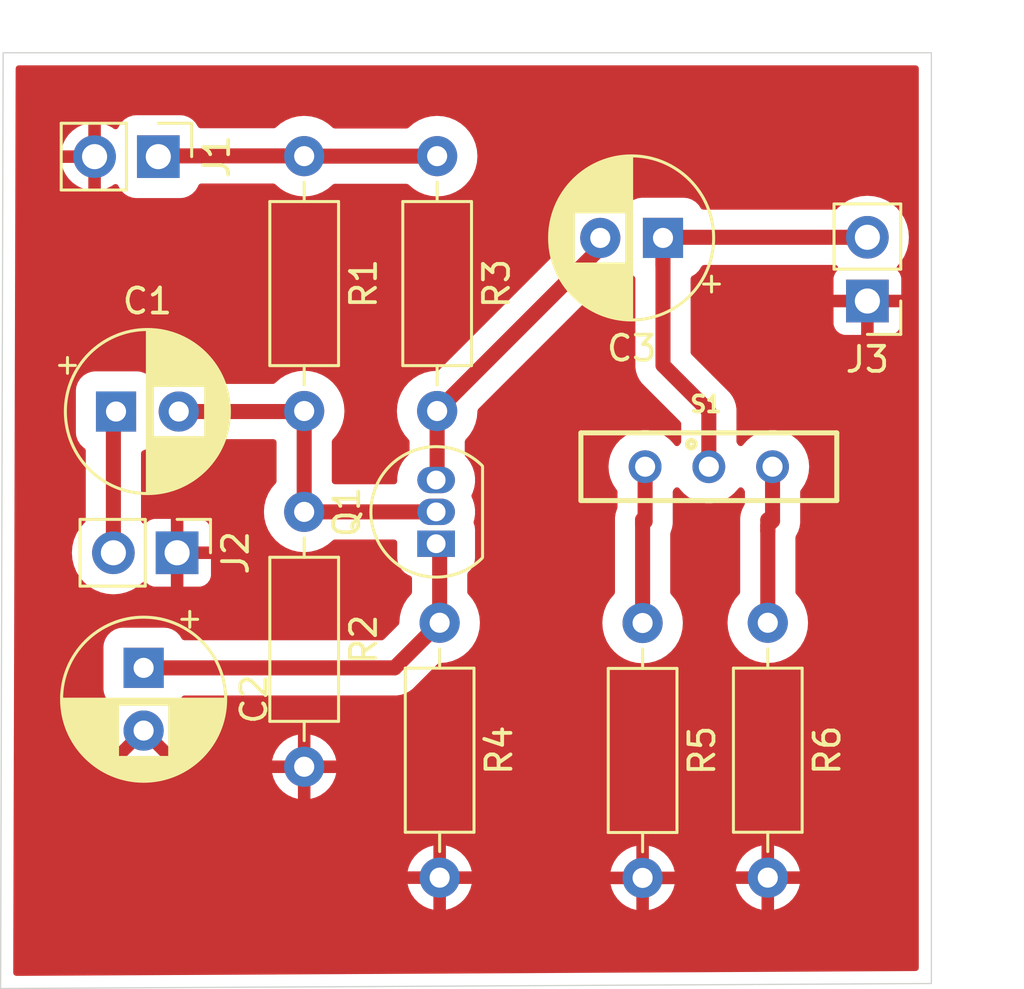
<source format=kicad_pcb>
(kicad_pcb (version 20240108) (generator "pcbnew") (generator_version "8.0")
  (layers (0 "F.Cu" signal) (31 "B.Cu" signal) (34 "B.Paste" user) (35 "F.Paste" user) (36 "B.SilkS" user "B.Silkscreen") (37 "F.SilkS" user "F.Silkscreen") (38 "B.Mask" user) (39 "F.Mask" user) (44 "Edge.Cuts" user))
  (net 0 "")
  (net 1 "Net-(Q1-C)")
  (net 2 "Net-(Q1-E)")
  (net 3 "Net-(Q1-B)")
  (net 4 "GND")
  (net 5 "+12V")
  (net 6 "SEÑAL")
  (net 7 "Net-(J3-Pin_2)")
  (net 8 "Net-(R5-Pad1)")
  (net 9 "Net-(R6-Pad1)")
  (footprint "Capacitor_THT:CP_Radial_D6.3mm_P2.50mm" (layer "F.Cu") (at 206.20238 84.48 180)
    (property "Reference" "C3" (at 1.25 -4.4 360) (layer "F.SilkS"))
    (property "Value" "C_Polarized")
    (pad "1" thru_hole rect (at 0 0 180) (size 1.6 1.6) (drill 0.8) (layers "*.Cu" "*.Mask") (net 7 "Net-(J3-Pin_2)"))
    (pad "2" thru_hole circle (at 2.5 0 180) (size 1.6 1.6) (drill 0.8) (layers "*.Cu" "*.Mask") (net 1 "Net-(Q1-C)"))
  )
  (footprint "Capacitor_THT:CP_Radial_D6.3mm_P2.50mm" (layer "F.Cu") (at 185.5 101.617621 -90)
    (property "Reference" "C2" (at 1.25 -4.4 90) (layer "F.SilkS"))
    (property "Value" "C_Polarized")
    (pad "1" thru_hole rect (at 0 0 270) (size 1.6 1.6) (drill 0.8) (layers "*.Cu" "*.Mask") (net 2 "Net-(Q1-E)"))
    (pad "2" thru_hole circle (at 2.5 0 270) (size 1.6 1.6) (drill 0.8) (layers "*.Cu" "*.Mask") (net 4 "GND"))
  )
  (footprint "Connector_PinHeader_2.54mm:PinHeader_1x02_P2.54mm_Vertical" (layer "F.Cu") (at 214.35 86.995 180)
    (property "Reference" "J3" (at 0 -2.33 360) (layer "F.SilkS"))
    (property "Value" "Conn_01x02_Pin")
    (pad "1" thru_hole rect (at 0 0 180) (size 1.7 1.7) (drill 1) (layers "*.Cu" "*.Mask") (net 4 "GND"))
    (pad "2" thru_hole oval (at 0 2.54 180) (size 1.7 1.7) (drill 1) (layers "*.Cu" "*.Mask") (net 7 "Net-(J3-Pin_2)"))
  )
  (footprint "Capacitor_THT:CP_Radial_D6.3mm_P2.50mm" (layer "F.Cu") (at 184.4 91.4)
    (property "Reference" "C1" (at 1.25 -4.4 0) (layer "F.SilkS"))
    (property "Value" "C_Polarized")
    (pad "1" thru_hole rect (at 0 0) (size 1.6 1.6) (drill 0.8) (layers "*.Cu" "*.Mask") (net 6 "SEÑAL"))
    (pad "2" thru_hole circle (at 2.5 0) (size 1.6 1.6) (drill 0.8) (layers "*.Cu" "*.Mask") (net 3 "Net-(Q1-B)"))
  )
  (footprint "Resistor_THT:R_Axial_DIN0207_L6.3mm_D2.5mm_P10.16mm_Horizontal" (layer "F.Cu") (at 191.9 95.4 -90)
    (property "Reference" "R2" (at 5.08 -2.37 90) (layer "F.SilkS"))
    (property "Value" "R")
    (pad "1" thru_hole circle (at 0 0 270) (size 1.6 1.6) (drill 0.8) (layers "*.Cu" "*.Mask") (net 3 "Net-(Q1-B)"))
    (pad "2" thru_hole oval (at 10.16 0 270) (size 1.6 1.6) (drill 0.8) (layers "*.Cu" "*.Mask") (net 4 "GND"))
  )
  (footprint "Connector_PinHeader_2.54mm:PinHeader_1x02_P2.54mm_Vertical" (layer "F.Cu") (at 186.085 81.24 -90)
    (property "Reference" "J1" (at 0 -2.33 90) (layer "F.SilkS"))
    (property "Value" "Conn_01x02_Pin")
    (pad "1" thru_hole rect (at 0 0 270) (size 1.7 1.7) (drill 1) (layers "*.Cu" "*.Mask") (net 5 "+12V"))
    (pad "2" thru_hole oval (at 0 2.54 270) (size 1.7 1.7) (drill 1) (layers "*.Cu" "*.Mask") (net 4 "GND"))
  )
  (footprint "Connector_PinHeader_2.54mm:PinHeader_1x02_P2.54mm_Vertical" (layer "F.Cu") (at 186.835 97.03 -90)
    (property "Reference" "J2" (at 0 -2.33 90) (layer "F.SilkS"))
    (property "Value" "Conn_01x02_Pin")
    (pad "1" thru_hole rect (at 0 0 270) (size 1.7 1.7) (drill 1) (layers "*.Cu" "*.Mask") (net 4 "GND"))
    (pad "2" thru_hole oval (at 0 2.54 270) (size 1.7 1.7) (drill 1) (layers "*.Cu" "*.Mask") (net 6 "SEÑAL"))
  )
  (footprint "Resistor_THT:R_Axial_DIN0207_L6.3mm_D2.5mm_P10.16mm_Horizontal" (layer "F.Cu") (at 197.3 99.82 -90)
    (property "Reference" "R4" (at 5.08 -2.37 90) (layer "F.SilkS"))
    (property "Value" "R")
    (pad "1" thru_hole circle (at 0 0 270) (size 1.6 1.6) (drill 0.8) (layers "*.Cu" "*.Mask") (net 2 "Net-(Q1-E)"))
    (pad "2" thru_hole oval (at 10.16 0 270) (size 1.6 1.6) (drill 0.8) (layers "*.Cu" "*.Mask") (net 4 "GND"))
  )
  (footprint "450301014042:450301014042" (layer "F.Cu") (at 208.03 93.6)
    (property "Reference" "S1" (at -0.1124 -2.4913 0) (layer "F.SilkS") (effects (font (size 0.64 0.64))))
    (property "Value" "450301014042")
    (pad "1" thru_hole circle (at 0 0) (size 1.308 1.308) (drill 0.8) (layers "*.Cu" "*.Mask") (net 7 "Net-(J3-Pin_2)"))
    (pad "2" thru_hole circle (at -2.54 0) (size 1.308 1.308) (drill 0.8) (layers "*.Cu" "*.Mask") (net 8 "Net-(R5-Pad1)"))
    (pad "3" thru_hole circle (at 2.54 0) (size 1.308 1.308) (drill 0.8) (layers "*.Cu" "*.Mask") (net 9 "Net-(R6-Pad1)"))
  )
  (footprint "Resistor_THT:R_Axial_DIN0207_L6.3mm_D2.5mm_P10.16mm_Horizontal" (layer "F.Cu") (at 210.38 99.82 -90)
    (property "Reference" "R6" (at 5.08 -2.37 90) (layer "F.SilkS"))
    (property "Value" "R")
    (pad "1" thru_hole circle (at 0 0 270) (size 1.6 1.6) (drill 0.8) (layers "*.Cu" "*.Mask") (net 9 "Net-(R6-Pad1)"))
    (pad "2" thru_hole oval (at 10.16 0 270) (size 1.6 1.6) (drill 0.8) (layers "*.Cu" "*.Mask") (net 4 "GND"))
  )
  (footprint "Resistor_THT:R_Axial_DIN0207_L6.3mm_D2.5mm_P10.16mm_Horizontal" (layer "F.Cu") (at 197.2 81.22 -90)
    (property "Reference" "R3" (at 5.08 -2.37 90) (layer "F.SilkS"))
    (property "Value" "R")
    (pad "1" thru_hole circle (at 0 0 270) (size 1.6 1.6) (drill 0.8) (layers "*.Cu" "*.Mask") (net 5 "+12V"))
    (pad "2" thru_hole oval (at 10.16 0 270) (size 1.6 1.6) (drill 0.8) (layers "*.Cu" "*.Mask") (net 1 "Net-(Q1-C)"))
  )
  (footprint "Package_TO_SOT_THT:TO-92_Inline" (layer "F.Cu") (at 197.16 96.67 90)
    (property "Reference" "Q1" (at 1.27 -3.56 90) (layer "F.SilkS"))
    (property "Value" "2N3904")
    (pad "1" thru_hole rect (at 0 0 90) (size 1.05 1.5) (drill 0.75) (layers "*.Cu" "*.Mask") (net 2 "Net-(Q1-E)"))
    (pad "2" thru_hole oval (at 1.27 0 90) (size 1.05 1.5) (drill 0.75) (layers "*.Cu" "*.Mask") (net 3 "Net-(Q1-B)"))
    (pad "3" thru_hole oval (at 2.54 0 90) (size 1.05 1.5) (drill 0.75) (layers "*.Cu" "*.Mask") (net 1 "Net-(Q1-C)"))
  )
  (footprint "Resistor_THT:R_Axial_DIN0207_L6.3mm_D2.5mm_P10.16mm_Horizontal" (layer "F.Cu") (at 205.39 99.83 -90)
    (property "Reference" "R5" (at 5.08 -2.37 90) (layer "F.SilkS"))
    (property "Value" "R")
    (pad "1" thru_hole circle (at 0 0 270) (size 1.6 1.6) (drill 0.8) (layers "*.Cu" "*.Mask") (net 8 "Net-(R5-Pad1)"))
    (pad "2" thru_hole oval (at 10.16 0 270) (size 1.6 1.6) (drill 0.8) (layers "*.Cu" "*.Mask") (net 4 "GND"))
  )
  (footprint "Resistor_THT:R_Axial_DIN0207_L6.3mm_D2.5mm_P10.16mm_Horizontal" (layer "F.Cu") (at 191.9 81.22 -90)
    (property "Reference" "R1" (at 5.08 -2.37 90) (layer "F.SilkS"))
    (property "Value" "R")
    (pad "1" thru_hole circle (at 0 0 270) (size 1.6 1.6) (drill 0.8) (layers "*.Cu" "*.Mask") (net 5 "+12V"))
    (pad "2" thru_hole oval (at 10.16 0 270) (size 1.6 1.6) (drill 0.8) (layers "*.Cu" "*.Mask") (net 3 "Net-(Q1-B)"))
  )
  (gr_line (start 216.9 114.2) (end 179.8 114.4) (stroke (width 0.05)) (layer "Edge.Cuts"))
  (gr_line (start 179.8 114.4) (end 179.9 77.1) (stroke (width 0.05)) (layer "Edge.Cuts"))
  (gr_line (start 179.9 77.1) (end 216.9 77.1) (stroke (width 0.05)) (layer "Edge.Cuts"))
  (gr_line (start 216.9 77.1) (end 216.9 114.2) (stroke (width 0.05)) (layer "Edge.Cuts"))
  (segment (start 197.2 91.38) (end 203.7 84.88) (width 0.6) (layer "F.Cu") (net 1))
  (segment (start 203.7 84.88) (end 203.7 84.5) (width 0.6) (layer "F.Cu") (net 1))
  (segment (start 197.2 94.09) (end 197.16 94.13) (width 0.6) (layer "F.Cu") (net 1))
  (segment (start 197.2 91.38) (end 197.2 94.09) (width 0.6) (layer "F.Cu") (net 1))
  (segment (start 185.5 101.617621) (end 195.502379 101.617621) (width 0.6) (layer "F.Cu") (net 2))
  (segment (start 197.3 96.81) (end 197.16 96.67) (width 0.6) (layer "F.Cu") (net 2))
  (segment (start 195.502379 101.617621) (end 197.3 99.82) (width 0.6) (layer "F.Cu") (net 2))
  (segment (start 197.3 99.82) (end 197.3 96.81) (width 0.6) (layer "F.Cu") (net 2))
  (segment (start 191.88 91.4) (end 191.9 91.38) (width 0.6) (layer "F.Cu") (net 3))
  (segment (start 186.9 91.4) (end 191.88 91.4) (width 0.6) (layer "F.Cu") (net 3))
  (segment (start 191.9 95.4) (end 197.16 95.4) (width 0.6) (layer "F.Cu") (net 3))
  (segment (start 191.9 91.38) (end 191.9 95.4) (width 0.6) (layer "F.Cu") (net 3))
  (segment (start 204.98 109.98) (end 205 110) (width 0.6) (layer "F.Cu") (net 4))
  (segment (start 186.17 81.21) (end 191.89 81.21) (width 0.6) (layer "F.Cu") (net 5))
  (segment (start 191.9 81.22) (end 197.2 81.22) (width 0.6) (layer "F.Cu") (net 5))
  (segment (start 191.89 81.21) (end 191.9 81.22) (width 0.6) (layer "F.Cu") (net 5))
  (segment (start 184.4 91.4) (end 184.295 91.505) (width 0.6) (layer "F.Cu") (net 6))
  (segment (start 184.295 91.505) (end 184.295 97.03) (width 0.6) (layer "F.Cu") (net 6))
  (segment (start 208.03 91.38) (end 208.03 93.6) (width 0.6) (layer "F.Cu") (net 7))
  (segment (start 206.20238 89.55238) (end 208.03 91.38) (width 0.6) (layer "F.Cu") (net 7))
  (segment (start 206.20238 84.48) (end 206.20238 89.55238) (width 0.6) (layer "F.Cu") (net 7))
  (segment (start 206.22738 84.455) (end 206.20238 84.48) (width 0.6) (layer "F.Cu") (net 7))
  (segment (start 214.35 84.455) (end 206.22738 84.455) (width 0.6) (layer "F.Cu") (net 7))
  (segment (start 206.2 85.6) (end 206.2 84.5) (width 0.6) (layer "F.Cu") (net 7))
  (segment (start 205.39 99.83) (end 205.39 95.88) (width 0.6) (layer "F.Cu") (net 8))
  (segment (start 205.39 95.88) (end 205.39 95.71) (width 0.6) (layer "F.Cu") (net 8))
  (segment (start 205.39 95.71) (end 205.4 95.7) (width 0.6) (layer "F.Cu") (net 8))
  (segment (start 205.49 95.78) (end 205.49 93.6) (width 0.6) (layer "F.Cu") (net 8))
  (segment (start 205.39 95.88) (end 205.49 95.78) (width 0.6) (layer "F.Cu") (net 8))
  (segment (start 210.38 96.16) (end 210.38 95.95) (width 0.6) (layer "F.Cu") (net 9))
  (segment (start 210.38 95.95) (end 210.57 95.76) (width 0.6) (layer "F.Cu") (net 9))
  (segment (start 210.57 95.76) (end 210.57 93.6) (width 0.6) (layer "F.Cu") (net 9))
  (segment (start 210.38 99.82) (end 210.38 96.16) (width 0.6) (layer "F.Cu") (net 9))
  (segment (start 210.38 95.72) (end 210.4 95.7) (width 0.6) (layer "F.Cu") (net 9))
  (segment (start 210.38 96.16) (end 210.38 95.72) (width 0.6) (layer "F.Cu") (net 9))
  (zone (net 4) (net_name "GND") (layer "F.Cu") (connect_pads (clearance 0.8)) (min_thickness 0.25) (fill yes (thermal_gap 0.5) (thermal_bridge_width 0.5))
    (polygon (pts (xy 216.89 77.12) (xy 216.9 114.2) (xy 179.8 114.39) (xy 179.89 77.09)))
  )
)
</source>
